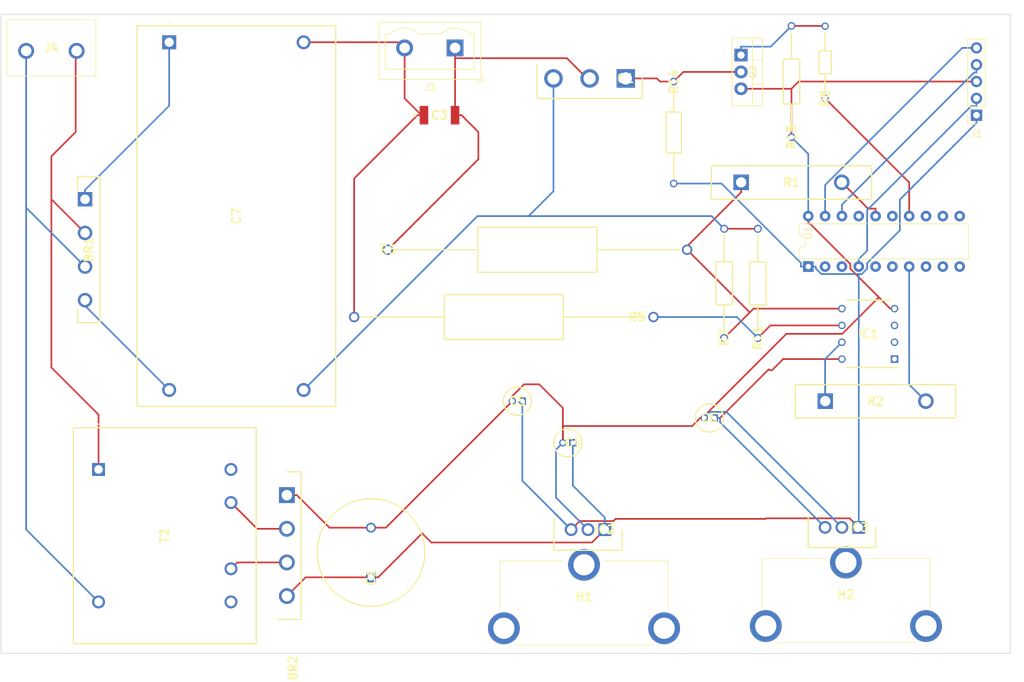
<source format=kicad_pcb>
(kicad_pcb (version 20221018) (generator pcbnew)
  (layers (0 "F.Cu" signal) (31 "B.Cu" signal) (34 "B.Paste" user) (35 "F.Paste" user) (36 "B.SilkS" user "B.Silkscreen") (37 "F.SilkS" user "F.Silkscreen") (38 "B.Mask" user) (39 "F.Mask" user) (44 "Edge.Cuts" user))
  (net 0 "")
  (net 1 "Net-(Q2-G)")
  (net 2 "G")
  (net 4 "Net-(U1-RA3{slash}~{MCLR}{slash}VPP)")
  (net 11 "Net-(U1-RA0{slash}ICSPDAT)")
  (net 12 "Net-(U1-RA1{slash}ICSPCLK)")
  (net 13 "Net-(Q1-G)")
  (net 14 "Net-(BR1-~_1)")
  (net 15 "Net-(BR1-~_2)")
  (net 16 "Net-(BR1-+)")
  (net 17 "Net-(BR1--)")
  (net 18 "Net-(BR2-~_1)")
  (net 19 "Net-(BR2-~_2)")
  (net 20 "Net-(BR2-+)")
  (net 21 "15V")
  (net 22 "5V")
  (net 24 "Net-(U1-RC2)")
  (net 28 "Net-(J3-Pin_2)")
  (net 29 "Net-(Q1-E)")
  (net 32 "Net-(U1-RC0)")
  (net 33 "Net-(U1-RC3)")
  (net 40 "Net-(J3-Pin_1)")
  (net 45 "Net-(IC1-2IN+)")
  (net 46 "Net-(IC1-2IN-)")
  (net 47 "Net-(IC1-2OUT)")
  (footprint "Samacsys:CAPPRD150W50D425H800" (layer "F.Cu") (at 167.64 78.74 180)
    (fp_text reference "C5" (at 0.75 0) (layer "F.SilkS") (effects (font (size 1.27 1.27) (thickness 0.254))))
    (fp_text value "MCMR50V104M4X7" hide)
    (fp_circle (center 0.75 0) (end 0.75 2.125) (stroke (width 0.2)) (fill none) (layer "F.SilkS"))
    (pad "1" thru_hole rect (at 0 0 180) (size 1.1 1.1) (drill 0.7) (layers "*.Cu" "*.Mask") (net 21 "15V"))
    (pad "2" thru_hole circle (at 1.5 0 180) (size 1.1 1.1) (drill 0.7) (layers "*.Cu" "*.Mask") (net 2 "G"))
  )
  (footprint "Samacsys:HSSB200508H01S" (layer "F.Cu") (at 164.8546 113.0454)
    (fp_text reference "H1" (at 12.1 -4.74) (layer "F.SilkS") (effects (font (size 1.27 1.27) (thickness 0.254))))
    (fp_text value "HSS-B20-0508H-01S" hide)
    (fp_line (start -0.6 -10.19) (end 9.1 -10.19) (stroke (width 0.1)) (layer "F.SilkS"))
    (fp_line (start -0.6 -2.84) (end -0.6 -10.19) (stroke (width 0.1)) (layer "F.SilkS"))
    (fp_line (start 1.6 2.51) (end 22.6 2.51) (stroke (width 0.1)) (layer "F.SilkS"))
    (fp_line (start 15.1 -10.19) (end 24.8 -10.19) (stroke (width 0.1)) (layer "F.SilkS"))
    (fp_line (start 24.8 -10.19) (end 24.8 -2.84) (stroke (width 0.1)) (layer "F.SilkS"))
    (pad "1" thru_hole circle (at 0 0) (size 4.8 4.8) (drill 3.2) (layers "*.Cu" "*.Mask"))
    (pad "2" thru_hole circle (at 24.2 0) (size 4.8 4.8) (drill 3.2) (layers "*.Cu" "*.Mask"))
    (pad "3" thru_hole circle (at 12.1 -9.59) (size 4.8 4.8) (drill 3.2) (layers "*.Cu" "*.Mask"))
  )
  (footprint "Samacsys:RESAD1650W60L650D250" (layer "F.Cu") (at 203.2 69.21 90)
    (fp_text reference "R11" (at 0 0 90) (layer "F.SilkS") (effects (font (size 1.27 1.27) (thickness 0.254))))
    (fp_text value "MRS25000C4022FCT00" hide)
    (fp_line (start 0.95 0) (end 5 0) (stroke (width 0.2)) (layer "F.SilkS"))
    (fp_line (start 5 -1.25) (end 11.5 -1.25) (stroke (width 0.2)) (layer "F.SilkS"))
    (fp_line (start 5 1.25) (end 5 -1.25) (stroke (width 0.2)) (layer "F.SilkS"))
    (fp_line (start 11.5 -1.25) (end 11.5 1.25) (stroke (width 0.2)) (layer "F.SilkS"))
    (fp_line (start 11.5 0) (end 15.55 0) (stroke (width 0.2)) (layer "F.SilkS"))
    (fp_line (start 11.5 1.25) (end 5 1.25) (stroke (width 0.2)) (layer "F.SilkS"))
    (pad "1" thru_hole circle (at 0 0 90) (size 1.2 1.2) (drill 0.8) (layers "*.Cu" "*.Mask") (net 46 "Net-(IC1-2IN-)"))
    (pad "2" thru_hole circle (at 16.5 0 90) (size 1.2 1.2) (drill 0.8) (layers "*.Cu" "*.Mask") (net 29 "Net-(Q1-E)"))
  )
  (footprint "TerminalBlock:TerminalBlock_Wuerth_691311400102_P7.62mm" (layer "F.Cu") (at 157.48 25.4 180)
    (fp_text reference "J3" (at 3.81 -6) (layer "F.SilkS"))
    (fp_text value "Screw_Terminal_01x02")
    (fp_line (start -4.17 -5.07) (end -4.17 -4.07) (stroke (width 0.12)) (layer "F.SilkS"))
    (fp_line (start -4.17 -5.07) (end -3.17 -5.07) (stroke (width 0.12)) (layer "F.SilkS"))
    (fp_line (start -3.87 3.87) (end -3.87 -4.77) (stroke (width 0.12)) (layer "F.SilkS"))
    (fp_line (start -3.86 -4.77) (end 11.49 -4.77) (stroke (width 0.12)) (layer "F.SilkS"))
    (fp_line (start -2.89 -3.2) (end -2.89 2.1) (stroke (width 0.12)) (layer "F.SilkS"))
    (fp_line (start -2.89 2.1) (end -2.14 2.1) (stroke (width 0.12)) (layer "F.SilkS"))
    (fp_line (start 2.14 2.1) (end 5.46 2.1) (stroke (width 0.12)) (layer "F.SilkS"))
    (fp_line (start 9.78 2.1) (end 10.53 2.1) (stroke (width 0.12)) (layer "F.SilkS"))
    (fp_line (start 10.53 -3.2) (end -2.89 -3.2) (stroke (width 0.12)) (layer "F.SilkS"))
    (fp_line (start 10.53 2.1) (end 10.53 -3.2) (stroke (width 0.12)) (layer "F.SilkS"))
    (fp_line (start 11.49 -4.77) (end 11.49 3.87) (stroke (width 0.12)) (layer "F.SilkS"))
    (fp_line (start 11.49 3.87) (end -3.87 3.87) (stroke (width 0.12)) (layer "F.SilkS"))
    (fp_arc (start 2.140696 2.099291) (mid 0.000497 2.998266) (end -2.14 2.1) (stroke (width 0.12)) (layer "F.SilkS"))
    (fp_arc (start 9.779492 2.100522) (mid 7.619636 3.012573) (end 5.46 2.1) (stroke (width 0.12)) (layer "F.SilkS"))
    (pad "1" thru_hole rect (at 0 0 180) (size 2.54 2.54) (drill 1.6) (layers "*.Cu" "*.Mask") (net 40 "Net-(J3-Pin_1)"))
    (pad "2" thru_hole circle (at 7.62 0 180) (size 2.54 2.54) (drill 1.6) (layers "*.Cu" "*.Mask") (net 28 "Net-(J3-Pin_2)"))
  )
  (footprint "Samacsys:C4532_Commercial" (layer "F.Cu") (at 155.13 35.56)
    (fp_text reference "C3" (at 0 0) (layer "F.SilkS") (effects (font (size 1.27 1.27) (thickness 0.254))))
    (fp_text value "C4532X7T2J304K250KA" hide)
    (fp_circle (center -3.7 0) (end -3.7 0.05) (stroke (width 0.2)) (fill none) (layer "F.SilkS"))
    (pad "1" smd rect (at -2.35 0) (size 1.3 2.8) (layers "F.Cu" "F.Paste" "F.Mask") (net 28 "Net-(J3-Pin_2)"))
    (pad "2" smd rect (at 2.35 0) (size 1.3 2.8) (layers "F.Cu" "F.Paste" "F.Mask") (net 40 "Net-(J3-Pin_1)"))
  )
  (footprint "Samacsys:GBU610" (layer "F.Cu") (at 101.6 48.26 90)
    (fp_text reference "BR1" (at -7.62 0.57 90) (layer "F.SilkS") (effects (font (size 1.27 1.27) (thickness 0.254))))
    (fp_text value "GBU1008LV_T0_00601" hide)
    (fp_line (start -18.62 -1.13) (end -16.82 -1.13) (stroke (width 0.2)) (layer "F.SilkS"))
    (fp_line (start -18.62 2.27) (end -18.62 -1.13) (stroke (width 0.2)) (layer "F.SilkS"))
    (fp_line (start -16.82 -1.13) (end -16.62 -1.13) (stroke (width 0.2)) (layer "F.SilkS"))
    (fp_line (start 1.38 -1.13) (end 3.38 -1.13) (stroke (width 0.2)) (layer "F.SilkS"))
    (fp_line (start 3.38 -1.13) (end 3.38 -1.13) (stroke (width 0.2)) (layer "F.SilkS"))
    (fp_line (start 3.38 -1.13) (end 3.38 2.27) (stroke (width 0.2)) (layer "F.SilkS"))
    (fp_line (start 3.38 2.27) (end -18.62 2.27) (stroke (width 0.2)) (layer "F.SilkS"))
    (fp_line (start 3.8 0) (end 3.8 0) (stroke (width 0.1)) (layer "F.SilkS"))
    (fp_line (start 3.9 0) (end 3.9 0) (stroke (width 0.1)) (layer "F.SilkS"))
    (fp_arc (start 3.8 0) (mid 3.85 -0.05) (end 3.9 0) (stroke (width 0.1)) (layer "F.SilkS"))
    (fp_arc (start 3.9 0) (mid 3.85 0.05) (end 3.8 0) (stroke (width 0.1)) (layer "F.SilkS"))
    (pad "1" thru_hole rect (at 0 0 90) (size 2.175 2.175) (drill 1.45) (layers "*.Cu" "*.Mask") (net 16 "Net-(BR1-+)"))
    (pad "2" thru_hole circle (at -5.08 0 90) (size 2.175 2.175) (drill 1.45) (layers "*.Cu" "*.Mask") (net 14 "Net-(BR1-~_1)"))
    (pad "3" thru_hole circle (at -10.16 0 90) (size 2.175 2.175) (drill 1.45) (layers "*.Cu" "*.Mask") (net 15 "Net-(BR1-~_2)"))
    (pad "4" thru_hole circle (at -15.24 0 90) (size 2.175 2.175) (drill 1.45) (layers "*.Cu" "*.Mask") (net 17 "Net-(BR1--)"))
  )
  (footprint "Samacsys:RESAD4520W83L1800D680" (layer "F.Cu") (at 187.44 66.04 180)
    (fp_text reference "R5" (at 2.54 0) (layer "F.SilkS") (effects (font (size 1.27 1.27) (thickness 0.254))))
    (fp_text value "VR68000001005FAC00" hide)
    (fp_line (start 1.138 0) (end 13.6 0) (stroke (width 0.2)) (layer "F.SilkS"))
    (fp_line (start 13.6 -3.4) (end 31.6 -3.4) (stroke (width 0.2)) (layer "F.SilkS"))
    (fp_line (start 13.6 3.4) (end 13.6 -3.4) (stroke (width 0.2)) (layer "F.SilkS"))
    (fp_line (start 31.6 -3.4) (end 31.6 3.4) (stroke (width 0.2)) (layer "F.SilkS"))
    (fp_line (start 31.6 0) (end 44.062 0) (stroke (width 0.2)) (layer "F.SilkS"))
    (fp_line (start 31.6 3.4) (end 13.6 3.4) (stroke (width 0.2)) (layer "F.SilkS"))
    (pad "1" thru_hole circle (at 0 0 180) (size 1.575 1.575) (drill 1.05) (layers "*.Cu" "*.Mask") (net 46 "Net-(IC1-2IN-)"))
    (pad "2" thru_hole circle (at 45.2 0 180) (size 1.575 1.575) (drill 1.05) (layers "*.Cu" "*.Mask") (net 28 "Net-(J3-Pin_2)"))
  )
  (footprint "Samacsys:CAPPRD150W50D425H800" (layer "F.Cu") (at 175.26 85.03 180)
    (fp_text reference "C4" (at 0 0) (layer "F.SilkS") (effects (font (size 1.27 1.27) (thickness 0.254))))
    (fp_text value "MCMR50V104M4X7" hide)
    (fp_circle (center 0.75 0) (end 0.75 2.125) (stroke (width 0.2)) (fill none) (layer "F.SilkS"))
    (pad "1" thru_hole rect (at 0 0 180) (size 1.1 1.1) (drill 0.7) (layers "*.Cu" "*.Mask") (net 20 "Net-(BR2-+)"))
    (pad "2" thru_hole circle (at 1.5 0 180) (size 1.1 1.1) (drill 0.7) (layers "*.Cu" "*.Mask") (net 2 "G"))
  )
  (footprint "Samacsys:CAPPRD150W50D425H800" (layer "F.Cu") (at 196.62 81.28 180)
    (fp_text reference "C6" (at 0.75 0) (layer "F.SilkS") (effects (font (size 1.27 1.27) (thickness 0.254))))
    (fp_text value "MCMR50V104M4X7" hide)
    (fp_circle (center 0.75 0) (end 0.75 2.125) (stroke (width 0.2)) (fill none) (layer "F.SilkS"))
    (pad "1" thru_hole rect (at 0 0 180) (size 1.1 1.1) (drill 0.7) (layers "*.Cu" "*.Mask") (net 22 "5V"))
    (pad "2" thru_hole circle (at 1.5 0 180) (size 1.1 1.1) (drill 0.7) (layers "*.Cu" "*.Mask") (net 2 "G"))
  )
  (footprint "Samacsys:RESAD1090W50L350D185" (layer "F.Cu") (at 213.36 33.02 90)
    (fp_text reference "R8" (at 0 0 90) (layer "F.SilkS") (effects (font (size 1.27 1.27) (thickness 0.254))))
    (fp_text value "CFR16J100R" hide)
    (fp_line (start 0.9 0) (end 3.7 0) (stroke (width 0.2)) (layer "F.SilkS"))
    (fp_line (start 3.7 -0.925) (end 7.2 -0.925) (stroke (width 0.2)) (layer "F.SilkS"))
    (fp_line (start 3.7 0.925) (end 3.7 -0.925) (stroke (width 0.2)) (layer "F.SilkS"))
    (fp_line (start 7.2 -0.925) (end 7.2 0.925) (stroke (width 0.2)) (layer "F.SilkS"))
    (fp_line (start 7.2 0) (end 10 0) (stroke (width 0.2)) (layer "F.SilkS"))
    (fp_line (start 7.2 0.925) (end 3.7 0.925) (stroke (width 0.2)) (layer "F.SilkS"))
    (pad "1" thru_hole circle (at 0 0 90) (size 1.1 1.1) (drill 0.7) (layers "*.Cu" "*.Mask") (net 24 "Net-(U1-RC2)"))
    (pad "2" thru_hole circle (at 10.9 0 90) (size 1.1 1.1) (drill 0.7) (layers "*.Cu" "*.Mask") (net 1 "Net-(Q2-G)"))
  )
  (footprint "Samacsys:RESAD1540W55L620D230" (layer "F.Cu") (at 190.5 30.48 -90)
    (fp_text reference "R14" (at 0 0 90) (layer "F.SilkS") (effects (font (size 1.27 1.27) (thickness 0.254))))
    (fp_text value "LR1F1K0" hide)
    (fp_line (start 0.925 0) (end 4.6 0) (stroke (width 0.2)) (layer "F.SilkS"))
    (fp_line (start 4.6 -1.15) (end 10.8 -1.15) (stroke (width 0.2)) (layer "F.SilkS"))
    (fp_line (start 4.6 1.15) (end 4.6 -1.15) (stroke (width 0.2)) (layer "F.SilkS"))
    (fp_line (start 10.8 -1.15) (end 10.8 1.15) (stroke (width 0.2)) (layer "F.SilkS"))
    (fp_line (start 10.8 0) (end 14.475 0) (stroke (width 0.2)) (layer "F.SilkS"))
    (fp_line (start 10.8 1.15) (end 4.6 1.15) (stroke (width 0.2)) (layer "F.SilkS"))
    (pad "1" thru_hole circle (at 0 0 270) (size 1.15 1.15) (drill 0.75) (layers "*.Cu" "*.Mask") (net 13 "Net-(Q1-G)"))
    (pad "2" thru_hole circle (at 15.4 0 270) (size 1.15 1.15) (drill 0.75) (layers "*.Cu" "*.Mask") (net 21 "15V"))
  )
  (footprint "Samacsys:RESAD1650W60L650D250" (layer "F.Cu") (at 198.12 69.21 90)
    (fp_text reference "R7" (at 0 0 90) (layer "F.SilkS") (effects (font (size 1.27 1.27) (thickness 0.254))))
    (fp_text value "MRS25000C4022FCT00" hide)
    (fp_line (start 0.95 0) (end 5 0) (stroke (width 0.2)) (layer "F.SilkS"))
    (fp_line (start 5 -1.25) (end 11.5 -1.25) (stroke (width 0.2)) (layer "F.SilkS"))
    (fp_line (start 5 1.25) (end 5 -1.25) (stroke (width 0.2)) (layer "F.SilkS"))
    (fp_line (start 11.5 -1.25) (end 11.5 1.25) (stroke (width 0.2)) (layer "F.SilkS"))
    (fp_line (start 11.5 0) (end 15.55 0) (stroke (width 0.2)) (layer "F.SilkS"))
    (fp_line (start 11.5 1.25) (end 5 1.25) (stroke (width 0.2)) (layer "F.SilkS"))
    (pad "1" thru_hole circle (at 0 0 90) (size 1.2 1.2) (drill 0.8) (layers "*.Cu" "*.Mask") (net 45 "Net-(IC1-2IN+)"))
    (pad "2" thru_hole circle (at 16.5 0 90) (size 1.2 1.2) (drill 0.8) (layers "*.Cu" "*.Mask") (net 29 "Net-(Q1-E)"))
  )
  (footprint "Package_DIP:DIP-20_W7.62mm" (layer "F.Cu") (at 210.82 58.42 90)
    (fp_text reference "U1" (at 5.08 0 90) (layer "F.SilkS"))
    (fp_text value "PIC16F1619-xP")
    (fp_line (start 1.16 -1.33) (end 1.16 24.19) (stroke (width 0.12)) (layer "F.SilkS"))
    (fp_line (start 1.16 24.19) (end 6.46 24.19) (stroke (width 0.12)) (layer "F.SilkS"))
    (fp_line (start 2.81 -1.33) (end 1.16 -1.33) (stroke (width 0.12)) (layer "F.SilkS"))
    (fp_line (start 6.46 -1.33) (end 4.81 -1.33) (stroke (width 0.12)) (layer "F.SilkS"))
    (fp_line (start 6.46 24.19) (end 6.46 -1.33) (stroke (width 0.12)) (layer "F.SilkS"))
    (fp_arc (start 4.81 -1.33) (mid 3.81 -0.33) (end 2.81 -1.33) (stroke (width 0.12)) (layer "F.SilkS"))
    (pad "1" thru_hole rect (at 0 0 90) (size 1.6 1.6) (drill 0.8) (layers "*.Cu" "*.Mask") (net 21 "15V"))
    (pad "2" thru_hole oval (at 0 2.54 90) (size 1.6 1.6) (drill 0.8) (layers "*.Cu" "*.Mask"))
    (pad "3" thru_hole oval (at 0 5.08 90) (size 1.6 1.6) (drill 0.8) (layers "*.Cu" "*.Mask"))
    (pad "4" thru_hole oval (at 0 7.62 90) (size 1.6 1.6) (drill 0.8) (layers "*.Cu" "*.Mask") (net 4 "Net-(U1-RA3{slash}~{MCLR}{slash}VPP)"))
    (pad "5" thru_hole oval (at 0 10.16 90) (size 1.6 1.6) (drill 0.8) (layers "*.Cu" "*.Mask"))
    (pad "6" thru_hole oval (at 0 12.7 90) (size 1.6 1.6) (drill 0.8) (layers "*.Cu" "*.Mask"))
    (pad "7" thru_hole oval (at 0 15.24 90) (size 1.6 1.6) (drill 0.8) (layers "*.Cu" "*.Mask") (net 33 "Net-(U1-RC3)"))
    (pad "8" thru_hole oval (at 0 17.78 90) (size 1.6 1.6) (drill 0.8) (layers "*.Cu" "*.Mask"))
    (pad "9" thru_hole oval (at 0 20.32 90) (size 1.6 1.6) (drill 0.8) (layers "*.Cu" "*.Mask"))
    (pad "10" thru_hole oval (at 0 22.86 90) (size 1.6 1.6) (drill 0.8) (layers "*.Cu" "*.Mask"))
    (pad "11" thru_hole oval (at 7.62 22.86 90) (size 1.6 1.6) (drill 0.8) (layers "*.Cu" "*.Mask"))
    (pad "12" thru_hole oval (at 7.62 20.32 90) (size 1.6 1.6) (drill 0.8) (layers "*.Cu" "*.Mask"))
    (pad "13" thru_hole oval (at 7.62 17.78 90) (size 1.6 1.6) (drill 0.8) (layers "*.Cu" "*.Mask"))
    (pad "14" thru_hole oval (at 7.62 15.24 90) (size 1.6 1.6) (drill 0.8) (layers "*.Cu" "*.Mask") (net 24 "Net-(U1-RC2)"))
    (pad "15" thru_hole oval (at 7.62 12.7 90) (size 1.6 1.6) (drill 0.8) (layers "*.Cu" "*.Mask"))
    (pad "16" thru_hole oval (at 7.62 10.16 90) (size 1.6 1.6) (drill 0.8) (layers "*.Cu" "*.Mask") (net 32 "Net-(U1-RC0)"))
    (pad "17" thru_hole oval (at 7.62 7.62 90) (size 1.6 1.6) (drill 0.8) (layers "*.Cu" "*.Mask"))
    (pad "18" thru_hole oval (at 7.62 5.08 90) (size 1.6 1.6) (drill 0.8) (layers "*.Cu" "*.Mask") (net 12 "Net-(U1-RA1{slash}ICSPCLK)"))
    (pad "19" thru_hole oval (at 7.62 2.54 90) (size 1.6 1.6) (drill 0.8) (layers "*.Cu" "*.Mask") (net 11 "Net-(U1-RA0{slash}ICSPDAT)"))
    (pad "20" thru_hole oval (at 7.62 0 90) (size 1.6 1.6) (drill 0.8) (layers "*.Cu" "*.Mask") (net 2 "G"))
  )
  (footprint "Connector_PinSocket_2.54mm:PinSocket_1x05_P2.54mm_Vertical" (layer "F.Cu") (at 236.22 35.56 180)
    (fp_text reference "J1" (at 0 -2.77) (layer "F.SilkS"))
    (fp_text value "PINHD_1x5_Female")
    (fp_line (start -1.33 1.27) (end -1.33 11.49) (stroke (width 0.12)) (layer "F.SilkS"))
    (fp_line (start -1.33 1.27) (end 1.33 1.27) (stroke (width 0.12)) (layer "F.SilkS"))
    (fp_line (start -1.33 11.49) (end 1.33 11.49) (stroke (width 0.12)) (layer "F.SilkS"))
    (fp_line (start 0 -1.33) (end 1.33 -1.33) (stroke (width 0.12)) (layer "F.SilkS"))
    (fp_line (start 1.33 -1.33) (end 1.33 0) (stroke (width 0.12)) (layer "F.SilkS"))
    (fp_line (start 1.33 1.27) (end 1.33 11.49) (stroke (width 0.12)) (layer "F.SilkS"))
    (pad "1" thru_hole rect (at 0 0 180) (size 1.7 1.7) (drill 1) (layers "*.Cu" "*.Mask") (net 21 "15V"))
    (pad "2" thru_hole oval (at 0 2.54 180) (size 1.7 1.7) (drill 1) (layers "*.Cu" "*.Mask") (net 4 "Net-(U1-RA3{slash}~{MCLR}{slash}VPP)"))
    (pad "3" thru_hole oval (at 0 5.08 180) (size 1.7 1.7) (drill 1) (layers "*.Cu" "*.Mask") (net 2 "G"))
    (pad "4" thru_hole oval (at 0 7.62 180) (size 1.7 1.7) (drill 1) (layers "*.Cu" "*.Mask") (net 12 "Net-(U1-RA1{slash}ICSPCLK)"))
    (pad "5" thru_hole oval (at 0 10.16 180) (size 1.7 1.7) (drill 1) (layers "*.Cu" "*.Mask") (net 11 "Net-(U1-RA0{slash}ICSPDAT)"))
  )
  (footprint "Samacsys:TO254P470X1000X1610-3P" (layer "F.Cu") (at 218.44 97.8054 180)
    (fp_text reference "IC3" (at 0 0) (layer "F.SilkS") (effects (font (size 1.27 1.27) (thickness 0.254))))
    (fp_text value "7805" hide)
    (fp_line (start -2.56 -3.05) (end -2.56 0) (stroke (width 0.2)) (layer "F.SilkS"))
    (fp_line (start 7.64 -3.05) (end -2.56 -3.05) (stroke (width 0.2)) (layer "F.SilkS"))
    (fp_line (start 7.64 1.65) (end 7.64 -3.05) (stroke (width 0.2)) (layer "F.SilkS"))
    (pad "1" thru_hole rect (at 0 0 180) (size 1.92 1.92) (drill 1.28) (layers "*.Cu" "*.Mask") (net 21 "15V"))
    (pad "2" thru_hole circle (at 2.54 0 180) (size 1.92 1.92) (drill 1.28) (layers "*.Cu" "*.Mask") (net 2 "G"))
    (pad "3" thru_hole circle (at 5.08 0 180) (size 1.92 1.92) (drill 1.28) (layers "*.Cu" "*.Mask") (net 22 "5V"))
  )
  (footprint "Samacsys:CAPPRD750W80D1625H2700" (layer "F.Cu") (at 144.78 105.35 90)
    (fp_text reference "C1" (at 0 0 90) (layer "F.SilkS") (effects (font (size 1.27 1.27) (thickness 0.254))))
    (fp_text value "108CKE063M" hide)
    (fp_circle (center 3.75 0) (end 3.75 8.125) (stroke (width 0.2)) (fill none) (layer "F.SilkS"))
    (pad "1" thru_hole rect (at 0 0 90) (size 1.5 1.5) (drill 1) (layers "*.Cu" "*.Mask") (net 20 "Net-(BR2-+)"))
    (pad "2" thru_hole circle (at 7.5 0 90) (size 1.5 1.5) (drill 1) (layers "*.Cu" "*.Mask") (net 2 "G"))
  )
  (footprint "Samacsys:DIP794W53P254L959H508Q8N" (layer "F.Cu") (at 219.87 68.58 180)
    (fp_text reference "IC1" (at 0 0) (layer "F.SilkS") (effects (font (size 1.27 1.27) (thickness 0.254))))
    (fp_text value "LM393P" hide)
    (fp_line (start -4.535 -5.08) (end 3.3 -5.08) (stroke (width 0.2)) (layer "F.SilkS"))
    (fp_line (start -3.3 5.08) (end 3.3 5.08) (stroke (width 0.2)) (layer "F.SilkS"))
    (pad "1" thru_hole rect (at -3.97 -3.81 180) (size 1.13 1.13) (drill 0.73) (layers "*.Cu" "*.Mask"))
    (pad "2" thru_hole circle (at -3.97 -1.27 180) (size 1.13 1.13) (drill 0.73) (layers "*.Cu" "*.Mask"))
    (pad "3" thru_hole circle (at -3.97 1.27 180) (size 1.13 1.13) (drill 0.73) (layers "*.Cu" "*.Mask"))
    (pad "4" thru_hole circle (at -3.97 3.81 180) (size 1.13 1.13) (drill 0.73) (layers "*.Cu" "*.Mask") (net 2 "G"))
    (pad "5" thru_hole circle (at 3.97 3.81 180) (size 1.13 1.13) (drill 0.73) (layers "*.Cu" "*.Mask") (net 45 "Net-(IC1-2IN+)"))
    (pad "6" thru_hole circle (at 3.97 1.27 180) (size 1.13 1.13) (drill 0.73) (layers "*.Cu" "*.Mask") (net 46 "Net-(IC1-2IN-)"))
    (pad "7" thru_hole circle (at 3.97 -1.27 180) (size 1.13 1.13) (drill 0.73) (layers "*.Cu" "*.Mask") (net 47 "Net-(IC1-2OUT)"))
    (pad "8" thru_hole circle (at 3.97 -3.81 180) (size 1.13 1.13) (drill 0.73) (layers "*.Cu" "*.Mask") (net 22 "5V"))
  )
  (footprint "Samacsys:RESAD1680W54L680D250" (layer "F.Cu") (at 208.28 38.88 90)
    (fp_text reference "R13" (at 0 0 90) (layer "F.SilkS") (effects (font (size 1.27 1.27) (thickness 0.254))))
    (fp_text value "CFR25J10K" hide)
    (fp_line (start 0.925 0) (end 5 0) (stroke (width 0.2)) (layer "F.SilkS"))
    (fp_line (start 5 -1.25) (end 11.8 -1.25) (stroke (width 0.2)) (layer "F.SilkS"))
    (fp_line (start 5 1.25) (end 5 -1.25) (stroke (width 0.2)) (layer "F.SilkS"))
    (fp_line (start 11.8 -1.25) (end 11.8 1.25) (stroke (width 0.2)) (layer "F.SilkS"))
    (fp_line (start 11.8 0) (end 15.875 0) (stroke (width 0.2)) (layer "F.SilkS"))
    (fp_line (start 11.8 1.25) (end 5 1.25) (stroke (width 0.2)) (layer "F.SilkS"))
    (pad "1" thru_hole circle (at 0 0 90) (size 1.15 1.15) (drill 0.75) (layers "*.Cu" "*.Mask") (net 2 "G"))
    (pad "2" thru_hole circle (at 16.8 0 90) (size 1.15 1.15) (drill 0.75) (layers "*.Cu" "*.Mask") (net 1 "Net-(Q2-G)"))
  )
  (footprint "Samacsys:TO546P513X1558X2499-3P" (layer "F.Cu") (at 183.26 30.01 180)
    (fp_text reference "Q1" (at 0 0) (layer "F.SilkS") (effects (font (size 1.27 1.27) (thickness 0.254))))
    (fp_text value "IRGP30B120KD-E" hide)
    (fp_line (start -2.475 -3.035) (end -2.475 0) (stroke (width 0.2)) (layer "F.SilkS"))
    (fp_line (start 13.395 -3.035) (end -2.475 -3.035) (stroke (width 0.2)) (layer "F.SilkS"))
    (fp_line (start 13.395 2.095) (end 13.395 -3.035) (stroke (width 0.2)) (layer "F.SilkS"))
    (pad "1" thru_hole rect (at 0 0 180) (size 2.79 2.79) (drill 1.86) (layers "*.Cu" "*.Mask") (net 13 "Net-(Q1-G)"))
    (pad "2" thru_hole circle (at 5.46 0 180) (size 2.79 2.79) (drill 1.86) (layers "*.Cu" "*.Mask") (net 40 "Net-(J3-Pin_1)"))
    (pad "3" thru_hole circle (at 10.92 0 180) (size 2.79 2.79) (drill 1.86) (layers "*.Cu" "*.Mask") (net 29 "Net-(Q1-E)"))
  )
  (footprint "Samacsys:RESAD4520W83L1800D680" (layer "F.Cu") (at 147.32 55.88)
    (fp_text reference "R6" (at 0 0) (layer "F.SilkS") (effects (font (size 1.27 1.27) (thickness 0.254))))
    (fp_text value "VR68000001005FAC00" hide)
    (fp_line (start 1.138 0) (end 13.6 0) (stroke (width 0.2)) (layer "F.SilkS"))
    (fp_line (start 13.6 -3.4) (end 31.6 -3.4) (stroke (width 0.2)) (layer "F.SilkS"))
    (fp_line (start 13.6 3.4) (end 13.6 -3.4) (stroke (width 0.2)) (layer "F.SilkS"))
    (fp_line (start 31.6 -3.4) (end 31.6 3.4) (stroke (width 0.2)) (layer "F.SilkS"))
    (fp_line (start 31.6 0) (end 44.062 0) (stroke (width 0.2)) (layer "F.SilkS"))
    (fp_line (start 31.6 3.4) (end 13.6 3.4) (stroke (width 0.2)) (layer "F.SilkS"))
    (pad "1" thru_hole circle (at 0 0) (size 1.575 1.575) (drill 1.05) (layers "*.Cu" "*.Mask") (net 40 "Net-(J3-Pin_1)"))
    (pad "2" thru_hole circle (at 45.2 0) (size 1.575 1.575) (drill 1.05) (layers "*.Cu" "*.Mask") (net 45 "Net-(IC1-2IN+)"))
  )
  (footprint "Samacsys:FCB41K0J" (layer "F.Cu") (at 213.38 78.74)
    (fp_text reference "R2" (at 7.6 0.02) (layer "F.SilkS") (effects (font (size 1.27 1.27) (thickness 0.254))))
    (fp_text value "FCB41K0J" hide)
    (fp_line (start -5.1 0) (end -5.1 0) (stroke (width 0.1)) (layer "F.SilkS"))
    (fp_line (start -5 0) (end -5 0) (stroke (width 0.1)) (layer "F.SilkS"))
    (fp_line (start -4.5 -2.5) (end 19.7 -2.5) (stroke (width 0.2)) (layer "F.SilkS"))
    (fp_line (start -4.5 2.54) (end -4.5 -2.5) (stroke (width 0.2)) (layer "F.SilkS"))
    (fp_line (start 19.7 -2.5) (end 19.7 2.54) (stroke (width 0.2)) (layer "F.SilkS"))
    (fp_line (start 19.7 2.54) (end -4.5 2.54) (stroke (width 0.2)) (layer "F.SilkS"))
    (fp_arc (start -5.1 0) (mid -5.05 -0.05) (end -5 0) (stroke (width 0.1)) (layer "F.SilkS"))
    (fp_arc (start -5 0) (mid -5.05 0.05) (end -5.1 0) (stroke (width 0.1)) (layer "F.SilkS"))
    (pad "1" thru_hole rect (at 0 0) (size 2.34 2.34) (drill 1.56) (layers "*.Cu" "*.Mask") (net 47 "Net-(IC1-2OUT)"))
    (pad "2" thru_hole circle (at 15.2 0) (size 2.34 2.34) (drill 1.56) (layers "*.Cu" "*.Mask") (net 33 "Net-(U1-RC3)"))
  )
  (footprint "Samacsys:TO254P482X997X2018-3P" (layer "F.Cu") (at 180.0946 98.1454 180)
    (fp_text reference "IC2" (at 0 0) (layer "F.SilkS") (effects (font (size 1.27 1.27) (thickness 0.254))))
    (fp_text value "MC7815ABTG" hide)
    (fp_line (start -2.6 -3.11) (end -2.6 0) (stroke (width 0.2)) (layer "F.SilkS"))
    (fp_line (start 7.68 -3.11) (end -2.6 -3.11) (stroke (width 0.2)) (layer "F.SilkS"))
    (fp_line (start 7.68 1.71) (end 7.68 -3.11) (stroke (width 0.2)) (layer "F.SilkS"))
    (pad "1" thru_hole rect (at 0 0 180) (size 1.935 1.935) (drill 1.29) (layers "*.Cu" "*.Mask") (net 20 "Net-(BR2-+)"))
    (pad "2" thru_hole circle (at 2.54 0 180) (size 1.935 1.935) (drill 1.29) (layers "*.Cu" "*.Mask") (net 2 "G"))
    (pad "3" thru_hole circle (at 5.08 0 180) (size 1.935 1.935) (drill 1.29) (layers "*.Cu" "*.Mask") (net 21 "15V"))
  )
  (footprint "Package_TO_SOT_THT:TO-220-3_Vertical" (layer "F.Cu") (at 200.66 26.49 -90)
    (fp_text reference "Q2" (at 2.54 -1.76 90) (layer "F.SilkS"))
    (fp_text value "IRF540N")
    (fp_line (start -2.58 -3.27) (end -2.58 1.371) (stroke (width 0.12)) (layer "F.SilkS"))
    (fp_line (start -2.58 -3.27) (end 7.66 -3.27) (stroke (width 0.12)) (layer "F.SilkS"))
    (fp_line (start -2.58 -1.76) (end 7.66 -1.76) (stroke (width 0.12)) (layer "F.SilkS"))
    (fp_line (start -2.58 1.371) (end 7.66 1.371) (stroke (width 0.12)) (layer "F.SilkS"))
    (fp_line (start 0.69 -3.27) (end 0.69 -1.76) (stroke (width 0.12)) (layer "F.SilkS"))
    (fp_line (start 4.391 -3.27) (end 4.391 -1.76) (stroke (width 0.12)) (layer "F.SilkS"))
    (fp_line (start 7.66 -3.27) (end 7.66 1.371) (stroke (width 0.12)) (layer "F.SilkS"))
    (pad "1" thru_hole rect (at 0 0 270) (size 1.905 2) (drill 1.1) (layers "*.Cu" "*.Mask") (net 1 "Net-(Q2-G)"))
    (pad "2" thru_hole oval (at 2.54 0 270) (size 1.905 2) (drill 1.1) (layers "*.Cu" "*.Mask") (net 13 "Net-(Q1-G)"))
    (pad "3" thru_hole oval (at 5.08 0 270) (size 1.905 2) (drill 1.1) (layers "*.Cu" "*.Mask") (net 2 "G"))
  )
  (footprint "Samacsys:MKP1847C630255Y5" (layer "F.Cu") (at 114.31 24.55 -90)
    (fp_text reference "C7" (at 26.25 -10.15 90) (layer "F.SilkS") (effects (font (size 1.27 1.27) (thickness 0.254))))
    (fp_text value "MKP1847C630255Y5" hide)
    (fp_line (start -3.1 0) (end -3.1 0) (stroke (width 0.1)) (layer "F.SilkS"))
    (fp_line (start -3 0) (end -3 0) (stroke (width 0.1)) (layer "F.SilkS"))
    (fp_line (start -2.5 -25.15) (end 55 -25.15) (stroke (width 0.2)) (layer "F.SilkS"))
    (fp_line (start -2.5 4.85) (end -2.5 -25.15) (stroke (width 0.2)) (layer "F.SilkS"))
    (fp_line (start 55 -25.15) (end 55 4.85) (stroke (width 0.2)) (layer "F.SilkS"))
    (fp_line (start 55 4.85) (end -2.5 4.85) (stroke (width 0.2)) (layer "F.SilkS"))
    (fp_arc (start -3.1 0) (mid -3.05 -0.05) (end -3 0) (stroke (width 0.1)) (layer "F.SilkS"))
    (fp_arc (start -3 0) (mid -3.05 0.05) (end -3.1 0) (stroke (width 0.1)) (layer "F.SilkS"))
    (pad "1" thru_hole rect (at 0 0 270) (size 2.1 2.1) (drill 1.4) (layers "*.Cu" "*.Mask") (net 16 "Net-(BR1-+)"))
    (pad "2" thru_hole circle (at 0 -20.3 270) (size 2.1 2.1) (drill 1.4) (layers "*.Cu" "*.Mask") (net 28 "Net-(J3-Pin_2)"))
    (pad "3" thru_hole circle (at 52.5 0 270) (size 2.1 2.1) (drill 1.4) (layers "*.Cu" "*.Mask") (net 17 "Net-(BR1--)"))
    (pad "4" thru_hole circle (at 52.5 -20.3 270) (size 2.1 2.1) (drill 1.4) (layers "*.Cu" "*.Mask") (net 29 "Net-(Q1-E)"))
  )
  (footprint "Samacsys:44161" (layer "F.Cu") (at 103.64 89.06 -90)
    (fp_text reference "T2" (at 10 -10 90) (layer "F.SilkS") (effects (font (size 1.27 1.27) (thickness 0.254))))
    (fp_text value "44161" hide)
    (fp_line (start -6.9 0) (end -6.9 0) (stroke (width 0.1)) (layer "F.SilkS"))
    (fp_line (start -6.8 0) (end -6.8 0) (stroke (width 0.1)) (layer "F.SilkS"))
    (fp_line (start -6.3 -23.8) (end -6.3 3.8) (stroke (width 0.2)) (layer "F.SilkS"))
    (fp_line (start -6.3 3.8) (end 26.3 3.8) (stroke (width 0.2)) (layer "F.SilkS"))
    (fp_line (start 26.3 -23.8) (end -6.3 -23.8) (stroke (width 0.2)) (layer "F.SilkS"))
    (fp_line (start 26.3 3.8) (end 26.3 -23.8) (stroke (width 0.2)) (layer "F.SilkS"))
    (fp_arc (start -6.9 0) (mid -6.85 -0.05) (end -6.8 0) (stroke (width 0.1)) (layer "F.SilkS"))
    (fp_arc (start -6.8 0) (mid -6.85 0.05) (end -6.9 0) (stroke (width 0.1)) (layer "F.SilkS"))
    (pad "1" thru_hole rect (at 0 0 270) (size 1.95 1.95) (drill 1.3) (layers "*.Cu" "*.Mask") (net 14 "Net-(BR1-~_1)"))
    (pad "5" thru_hole circle (at 20 0 270) (size 1.95 1.95) (drill 1.3) (layers "*.Cu" "*.Mask") (net 15 "Net-(BR1-~_2)"))
    (pad "6" thru_hole circle (at 20 -20 270) (size 1.95 1.95) (drill 1.3) (layers "*.Cu" "*.Mask"))
    (pad "7" thru_hole circle (at 15 -20 270) (size 1.95 1.95) (drill 1.3) (layers "*.Cu" "*.Mask") (net 19 "Net-(BR2-~_2)"))
    (pad "9" thru_hole circle (at 5 -20 270) (size 1.95 1.95) (drill 1.3) (layers "*.Cu" "*.Mask") (net 18 "Net-(BR2-~_1)"))
    (pad "10" thru_hole circle (at 0 -20 270) (size 1.95 1.95) (drill 1.3) (layers "*.Cu" "*.Mask"))
  )
  (footprint "Samacsys:TO508P356X2205X2083-4P" (layer "F.Cu") (at 132.08 92.94 -90)
    (fp_text reference "BR2" (at 26.11 -0.92 90) (layer "F.SilkS") (effects (font (size 1.27 1.27) (thickness 0.254))))
    (fp_text value "GBU402" hide)
    (fp_line (start -3.53 -2.16) (end -3.53 0) (stroke (width 0.2)) (layer "F.SilkS"))
    (fp_line (start 18.77 -2.16) (end -3.53 -2.16) (stroke (width 0.2)) (layer "F.SilkS"))
    (fp_line (start 18.77 1.4) (end 18.77 -2.16) (stroke (width 0.2)) (layer "F.SilkS"))
    (pad "1" thru_hole rect (at 0 0 270) (size 2.385 2.385) (drill 1.59) (layers "*.Cu" "*.Mask") (net 2 "G"))
    (pad "2" thru_hole circle (at 5.08 0 270) (size 2.385 2.385) (drill 1.59) (layers "*.Cu" "*.Mask") (net 18 "Net-(BR2-~_1)"))
    (pad "3" thru_hole circle (at 10.16 0 270) (size 2.385 2.385) (drill 1.59) (layers "*.Cu" "*.Mask") (net 19 "Net-(BR2-~_2)"))
    (pad "4" thru_hole circle (at 15.24 0 270) (size 2.385 2.385) (drill 1.59) (layers "*.Cu" "*.Mask") (net 20 "Net-(BR2-+)"))
  )
  (footprint "Samacsys:691311400102" (layer "F.Cu") (at 92.71 25.85)
    (fp_text reference "J4" (at 3.81 -0.45) (layer "F.SilkS") (effects (font (size 1.27 1.27) (thickness 0.254))))
    (fp_text value "691311400102" hide)
    (fp_line (start -2.9 -4.7) (end 10.52 -4.7) (stroke (width 0.1)) (layer "F.SilkS"))
    (fp_line (start -2.9 3.8) (end -2.9 -4.7) (stroke (width 0.1)) (layer "F.SilkS"))
    (fp_line (start 10.52 -4.7) (end 10.52 3.8) (stroke (width 0.1)) (layer "F.SilkS"))
    (fp_line (start 10.52 3.8) (end -2.9 3.8) (stroke (width 0.1)) (layer "F.SilkS"))
    (pad "1" thru_hole circle (at 0 0) (size 2.4 2.4) (drill 1.6) (layers "*.Cu" "*.Mask") (net 15 "Net-(BR1-~_2)"))
    (pad "2" thru_hole circle (at 7.62 0) (size 2.4 2.4) (drill 1.6) (layers "*.Cu" "*.Mask") (net 14 "Net-(BR1-~_1)"))
  )
  (footprint "Samacsys:HSSB200508H01S" (layer "F.Cu") (at 204.4 112.7054)
    (fp_text reference "H2" (at 12.1 -4.74) (layer "F.SilkS") (effects (font (size 1.27 1.27) (thickness 0.254))))
    (fp_text value "HSS-B20-0508H-01S" hide)
    (fp_line (start -0.6 -10.19) (end 9.1 -10.19) (stroke (width 0.1)) (layer "F.SilkS"))
    (fp_line (start -0.6 -2.84) (end -0.6 -10.19) (stroke (width 0.1)) (layer "F.SilkS"))
    (fp_line (start 1.6 2.51) (end 22.6 2.51) (stroke (width 0.1)) (layer "F.SilkS"))
    (fp_line (start 15.1 -10.19) (end 24.8 -10.19) (stroke (width 0.1)) (layer "F.SilkS"))
    (fp_line (start 24.8 -10.19) (end 24.8 -2.84) (stroke (width 0.1)) (layer "F.SilkS"))
    (pad "1" thru_hole circle (at 0 0) (size 4.8 4.8) (drill 3.2) (layers "*.Cu" "*.Mask"))
    (pad "2" thru_hole circle (at 24.2 0) (size 4.8 4.8) (drill 3.2) (layers "*.Cu" "*.Mask"))
    (pad "3" thru_hole circle (at 12.1 -9.59) (size 4.8 4.8) (drill 3.2) (layers "*.Cu" "*.Mask"))
  )
  (footprint "Samacsys:FCB41K0J" (layer "F.Cu") (at 200.68 45.7)
    (fp_text reference "R1" (at 7.6 0.02) (layer "F.SilkS") (effects (font (size 1.27 1.27) (thickness 0.254))))
    (fp_text value "FCB41K0J" hide)
    (fp_line (start -5.1 0) (end -5.1 0) (stroke (width 0.1)) (layer "F.SilkS"))
    (fp_line (start -5 0) (end -5 0) (stroke (width 0.1)) (layer "F.SilkS"))
    (fp_line (start -4.5 -2.5) (end 19.7 -2.5) (stroke (width 0.2)) (layer "F.SilkS"))
    (fp_line (start -4.5 2.54) (end -4.5 -2.5) (stroke (width 0.2)) (layer "F.SilkS"))
    (fp_line (start 19.7 -2.5) (end 19.7 2.54) (stroke (width 0.2)) (layer "F.SilkS"))
    (fp_line (start 19.7 2.54) (end -4.5 2.54) (stroke (width 0.2)) (layer "F.SilkS"))
    (fp_arc (start -5.1 0) (mid -5.05 -0.05) (end -5 0) (stroke (width 0.1)) (layer "F.SilkS"))
    (fp_arc (start -5 0) (mid -5.05 0.05) (end -5.1 0) (stroke (width 0.1)) (layer "F.SilkS"))
    (pad "1" thru_hole rect (at 0 0) (size 2.34 2.34) (drill 1.56) (layers "*.Cu" "*.Mask") (net 45 "Net-(IC1-2IN+)"))
    (pad "2" thru_hole circle (at 15.2 0) (size 2.34 2.34) (drill 1.56) (layers "*.Cu" "*.Mask") (net 32 "Net-(U1-RC0)"))
  )
  (gr_rect (start 88.9 20.32) (end 241.3 116.84) (stroke (width 0.1)) (fill none) (layer "Edge.Cuts"))
  (segment (start 213.32 22.08) (end 213.36 22.12) (width 0.25) (layer "F.Cu") (net 1))
  (segment (start 208.28 22.08) (end 213.32 22.08) (width 0.25) (layer "F.Cu") (net 1))
  (segment (start 200.66 25.2106) (end 205.149 25.2106) (width 0.25) (layer "B.Cu") (net 1))
  (segment (start 200.66 26.49) (end 200.66 25.2106) (width 0.25) (layer "B.Cu") (net 1))
  (segment (start 205.149 25.2106) (end 208.28 22.08) (width 0.25) (layer "B.Cu") (net 1))
  (segment (start 217.17 58.0434) (end 211.054 51.9269) (width 0.25) (layer "F.Cu") (net 2))
  (segment (start 217.17 58.7509) (end 217.17 58.0434) (width 0.25) (layer "F.Cu") (net 2))
  (segment (start 194.814 81.28) (end 195.12 81.28) (width 0.25) (layer "F.Cu") (net 2))
  (segment (start 200.66 31.57) (end 208.28 31.57) (width 0.25) (layer "F.Cu") (net 2))
  (segment (start 173.76 85.03) (end 173.76 82.5049) (width 0.25) (layer "F.Cu") (net 2))
  (segment (start 194.508 81.28) (end 194.814 81.28) (width 0.25) (layer "F.Cu") (net 2))
  (segment (start 208.28 38.88) (end 208.28 31.57) (width 0.25) (layer "F.Cu") (net 2))
  (segment (start 223.189 64.77) (end 221.474 63.0551) (width 0.25) (layer "F.Cu") (net 2))
  (segment (start 209.37 30.48) (end 236.22 30.48) (width 0.25) (layer "F.Cu") (net 2))
  (segment (start 132.08 92.94) (end 133.599 92.94) (width 0.25) (layer "F.Cu") (net 2))
  (segment (start 221.474 63.0551) (end 217.17 58.7509) (width 0.25) (layer "F.Cu") (net 2))
  (segment (start 215.949 68.58) (end 221.474 63.0551) (width 0.25) (layer "F.Cu") (net 2))
  (segment (start 166.14 78.74) (end 166.14 77.9622) (width 0.25) (layer "F.Cu") (net 2))
  (segment (start 208.28 31.57) (end 209.37 30.48) (width 0.25) (layer "F.Cu") (net 2))
  (segment (start 194.814 81.28) (end 207.514 68.58) (width 0.25) (layer "F.Cu") (net 2))
  (segment (start 170.18 76.2) (end 173.76 79.78) (width 0.25) (layer "F.Cu") (net 2))
  (segment (start 173.76 79.78) (end 173.76 82.5049) (width 0.25) (layer "F.Cu") (net 2))
  (segment (start 167.902 76.2) (end 170.18 76.2) (width 0.25) (layer "F.Cu") (net 2))
  (segment (start 223.84 64.77) (end 223.189 64.77) (width 0.25) (layer "F.Cu") (net 2))
  (segment (start 210.82 51.9269) (end 210.82 50.8) (width 0.25) (layer "F.Cu") (net 2))
  (segment (start 147.03 97.85) (end 166.14 78.74) (width 0.25) (layer "F.Cu") (net 2))
  (segment (start 133.599 92.94) (end 138.509 97.85) (width 0.25) (layer "F.Cu") (net 2))
  (segment (start 173.76 82.5049) (end 193.283 82.5049) (width 0.25) (layer "F.Cu") (net 2))
  (segment (start 211.054 51.9269) (end 210.82 51.9269) (width 0.25) (layer "F.Cu") (net 2))
  (segment (start 207.514 68.58) (end 215.949 68.58) (width 0.25) (layer "F.Cu") (net 2))
  (segment (start 193.283 82.5049) (end 194.508 81.28) (width 0.25) (layer "F.Cu") (net 2))
  (segment (start 173.76 82.5049) (end 173.76 85.03) (width 0.25) (layer "F.Cu") (net 2))
  (segment (start 138.509 97.85) (end 144.78 97.85) (width 0.25) (layer "F.Cu") (net 2))
  (segment (start 166.14 77.9622) (end 167.902 76.2) (width 0.25) (layer "F.Cu") (net 2))
  (segment (start 144.78 97.85) (end 147.03 97.85) (width 0.25) (layer "F.Cu") (net 2))
  (segment (start 177.555 98.1452) (end 172.72 93.3108) (width 0.25) (layer "B.Cu") (net 2))
  (segment (start 208.28 38.88) (end 210.82 41.42) (width 0.25) (layer "B.Cu") (net 2))
  (segment (start 210.82 41.42) (end 210.82 50.8) (width 0.25) (layer "B.Cu") (net 2))
  (segment (start 198.463 80.3686) (end 215.9 97.8054) (width 0.25) (layer "B.Cu") (net 2))
  (segment (start 195.12 81.28) (end 195.12 81.1967) (width 0.25) (layer "B.Cu") (net 2))
  (segment (start 172.72 86.07) (end 173.76 85.03) (width 0.25) (layer "B.Cu") (net 2))
  (segment (start 195.948 80.3686) (end 198.463 80.3686) (width 0.25) (layer "B.Cu") (net 2))
  (segment (start 177.555 98.1454) (end 177.555 98.1452) (width 0.25) (layer "B.Cu") (net 2))
  (segment (start 177.5546 98.1454) (end 177.555 98.1454) (width 0.25) (layer "B.Cu") (net 2))
  (segment (start 195.12 81.1967) (end 195.948 80.3686) (width 0.25) (layer "B.Cu") (net 2))
  (segment (start 172.72 93.3108) (end 172.72 86.07) (width 0.25) (layer "B.Cu") (net 2))
  (segment (start 236.22 34.1969) (end 235.411 34.1969) (width 0.25) (layer "B.Cu") (net 4))
  (segment (start 218.44 57.2931) (end 218.44 58.42) (width 0.25) (layer "B.Cu") (net 4))
  (segment (start 219.71 49.8978) (end 219.71 56.0231) (width 0.25) (layer "B.Cu") (net 4))
  (segment (start 235.411 34.1969) (end 219.71 49.8978) (width 0.25) (layer "B.Cu") (net 4))
  (segment (start 236.22 33.02) (end 236.22 34.1969) (width 0.25) (layer "B.Cu") (net 4))
  (segment (start 219.71 56.0231) (end 218.44 57.2931) (width 0.25) (layer "B.Cu") (net 4))
  (segment (start 213.36 46.1058) (end 234.066 25.4) (width 0.25) (layer "B.Cu") (net 11))
  (segment (start 213.36 50.8) (end 213.36 46.1058) (width 0.25) (layer "B.Cu") (net 11))
  (segment (start 234.066 25.4) (end 236.22 25.4) (width 0.25) (layer "B.Cu") (net 11))
  (segment (start 235.852 29.1169) (end 236.22 29.1169) (width 0.25) (layer "B.Cu") (net 12))
  (segment (start 236.22 29.1169) (end 236.22 27.94) (width 0.25) (layer "B.Cu") (net 12))
  (segment (start 215.9 50.8) (end 215.9 49.069) (width 0.25) (layer "B.Cu") (net 12))
  (segment (start 215.9 49.069) (end 235.852 29.1169) (width 0.25) (layer "B.Cu") (net 12))
  (segment (start 190.5 30.48) (end 188.43 30.48) (width 0.25) (layer "F.Cu") (net 13))
  (segment (start 187.96 30.01) (end 183.26 30.01) (width 0.25) (layer "F.Cu") (net 13))
  (segment (start 191.95 29.03) (end 190.5 30.48) (width 0.25) (layer "F.Cu") (net 13))
  (segment (start 200.66 29.03) (end 191.95 29.03) (width 0.25) (layer "F.Cu") (net 13))
  (segment (start 188.43 30.48) (end 187.96 30.01) (width 0.25) (layer "F.Cu") (net 13))
  (segment (start 100.186 25.9944) (end 100.258 25.9222) (width 0.25) (layer "F.Cu") (net 14))
  (segment (start 100.186 38.1) (end 96.52 41.7656) (width 0.25) (layer "F.Cu") (net 14))
  (segment (start 96.52 73.66) (end 103.64 80.78) (width 0.25) (layer "F.Cu") (net 14))
  (segment (start 100.258 25.9222) (end 100.186 25.9946) (width 0.25) (layer "F.Cu") (net 14))
  (segment (start 100.258 25.9222) (end 100.33 25.85) (width 0.25) (layer "F.Cu") (net 14))
  (segment (start 100.186 25.9946) (end 100.186 38.1) (width 0.25) (layer "F.Cu") (net 14))
  (segment (start 96.52 48.26) (end 96.52 73.66) (width 0.25) (layer "F.Cu") (net 14))
  (segment (start 96.52 48.26) (end 101.6 53.34) (width 0.25) (layer "F.Cu") (net 14))
  (segment (start 96.52 41.7656) (end 96.52 48.26) (width 0.25) (layer "F.Cu") (net 14))
  (segment (start 103.64 80.78) (end 103.64 89.06) (width 0.25) (layer "F.Cu") (net 14))
  (segment (start 92.71 49.53) (end 101.6 58.42) (width 0.25) (layer "B.Cu") (net 15))
  (segment (start 92.71 98.13) (end 103.64 109.06) (width 0.25) (layer "B.Cu") (net 15))
  (segment (start 92.71 49.53) (end 92.71 98.13) (width 0.25) (layer "B.Cu") (net 15))
  (segment (start 92.71 25.85) (end 92.71 49.53) (width 0.25) (layer "B.Cu") (net 15))
  (segment (start 101.6 48.26) (end 101.6 46.8456) (width 0.25) (layer "B.Cu") (net 16))
  (segment (start 114.31 34.1356) (end 114.31 24.55) (width 0.25) (layer "B.Cu") (net 16))
  (segment (start 101.6 46.8456) (end 114.31 34.1356) (width 0.25) (layer "B.Cu") (net 16))
  (segment (start 101.6 64.34) (end 101.6 63.5) (width 0.25) (layer "B.Cu") (net 17))
  (segment (start 114.31 77.05) (end 101.6 64.34) (width 0.25) (layer "B.Cu") (net 17))
  (segment (start 132.08 98.02) (end 127.6 98.02) (width 0.25) (layer "F.Cu") (net 18))
  (segment (start 127.6 98.02) (end 123.64 94.06) (width 0.25) (layer "F.Cu") (net 18))
  (segment (start 124.6 103.1) (end 123.64 104.06) (width 0.25) (layer "F.Cu") (net 19))
  (segment (start 132.08 103.1) (end 124.6 103.1) (width 0.25) (layer "F.Cu") (net 19))
  (segment (start 153.894 100.087) (end 178.153 100.087) (width 0.25) (layer "F.Cu") (net 20))
  (segment (start 152.507 98.7001) (end 153.894 100.087) (width 0.25) (layer "F.Cu") (net 20))
  (segment (start 180.0947 98.1455) (end 180.0946 98.1454) (width 0.25) (layer "F.Cu") (net 20))
  (segment (start 144.78 105.35) (end 145.857 105.35) (width 0.25) (layer "F.Cu") (net 20))
  (segment (start 134.91 105.35) (end 144.78 105.35) (width 0.25) (layer "F.Cu") (net 20))
  (segment (start 180.095 98.1456) (end 180.095 98.1455) (width 0.25) (layer "F.Cu") (net 20))
  (segment (start 180.095 98.1455) (end 180.0947 98.1455) (width 0.25) (layer "F.Cu") (net 20))
  (segment (start 132.08 108.18) (end 134.91 105.35) (width 0.25) (layer "F.Cu") (net 20))
  (segment (start 145.857 105.35) (end 152.507 98.7001) (width 0.25) (layer "F.Cu") (net 20))
  (segment (start 178.153 100.087) (end 180.095 98.1456) (width 0.25) (layer "F.Cu") (net 20))
  (segment (start 180.095 98.1454) (end 180.095 97.235) (width 0.25) (layer "B.Cu") (net 20))
  (segment (start 175.26 91.49) (end 175.26 85.03) (width 0.25) (layer "B.Cu") (net 20))
  (segment (start 180.095 97.235) (end 180.095 96.3246) (width 0.25) (layer "B.Cu") (net 20))
  (segment (start 180.095 96.3246) (end 175.26 91.49) (width 0.25) (layer "B.Cu") (net 20))
  (segment (start 180.0946 97.2354) (end 180.0946 98.1454) (width 0.25) (layer "B.Cu") (net 20))
  (segment (start 180.095 97.235) (end 180.0946 97.2354) (width 0.25) (layer "B.Cu") (net 20))
  (segment (start 217.074 96.4394) (end 218.44 97.8054) (width 0.25) (layer "F.Cu") (net 21))
  (segment (start 204.441 96.4394) (end 217.074 96.4394) (width 0.25) (layer "F.Cu") (net 21))
  (segment (start 204.36 96.52) (end 204.441 96.4394) (width 0.25) (layer "F.Cu") (net 21))
  (segment (start 175.0146 98.1454) (end 175.015 98.1454) (width 0.25) (layer "F.Cu") (net 21))
  (segment (start 176.307 96.8525) (end 177.017 96.8525) (width 0.25) (layer "F.Cu") (net 21))
  (segment (start 181.72 96.52) (end 204.36 96.52) (width 0.25) (layer "F.Cu") (net 21))
  (segment (start 177.018 96.851) (end 181.389 96.851) (width 0.25) (layer "F.Cu") (net 21))
  (segment (start 177.017 96.8525) (end 177.018 96.851) (width 0.25) (layer "F.Cu") (net 21))
  (segment (start 175.015 98.1454) (end 176.307 96.8525) (width 0.25) (layer "F.Cu") (net 21))
  (segment (start 181.389 96.851) (end 181.72 96.52) (width 0.25) (layer "F.Cu") (net 21))
  (segment (start 218.44 59.5469) (end 218.44 97.8054) (width 0.25) (layer "B.Cu") (net 21))
  (segment (start 172.598 95.7281) (end 175.015 98.1452) (width 0.25) (layer "B.Cu") (net 21))
  (segment (start 212.792 59.5469) (end 211.947 58.7018) (width 0.25) (layer "B.Cu") (net 21))
  (segment (start 210.82 58.42) (end 209.693 58.42) (width 0.25) (layer "B.Cu") (net 21))
  (segment (start 209.693 57.8566) (end 197.716 45.88) (width 0.25) (layer "B.Cu") (net 21))
  (segment (start 224.647 48.31) (end 224.647 52.9529) (width 0.25) (layer "B.Cu") (net 21))
  (segment (start 224.647 52.9529) (end 219.71 57.8898) (width 0.25) (layer "B.Cu") (net 21))
  (segment (start 236.22 35.56) (end 236.22 36.7369) (width 0.25) (layer "B.Cu") (net 21))
  (segment (start 218.44 59.5469) (end 212.792 59.5469) (width 0.25) (layer "B.Cu") (net 21))
  (segment (start 167.64 90.7706) (end 172.598 95.7281) (width 0.25) (layer "B.Cu") (net 21))
  (segment (start 219.71 57.8898) (end 219.71 58.7459) (width 0.25) (layer "B.Cu") (net 21))
  (segment (start 218.909 59.5469) (end 218.44 59.5469) (width 0.25) (layer "B.Cu") (net 21))
  (segment (start 209.693 58.42) (end 209.693 57.8566) (width 0.25) (layer "B.Cu") (net 21))
  (segment (start 175.0146 98.1454) (end 175.015 98.1454) (width 0.25) (layer "B.Cu") (net 21))
  (segment (start 211.947 58.7018) (end 211.947 58.42) (width 0.25) (layer "B.Cu") (net 21))
  (segment (start 236.22 36.7369) (end 224.647 48.31) (width 0.25) (layer "B.Cu") (net 21))
  (segment (start 175.015 98.1452) (end 175.015 98.1454) (width 0.25) (layer "B.Cu") (net 21))
  (segment (start 219.71 58.7459) (end 218.909 59.5469) (width 0.25) (layer "B.Cu") (net 21))
  (segment (start 167.64 78.74) (end 167.64 90.7706) (width 0.25) (layer "B.Cu") (net 21))
  (segment (start 175.015 98.1454) (end 172.598 95.7281) (width 0.25) (layer "B.Cu") (net 21))
  (segment (start 197.716 45.88) (end 190.5 45.88) (width 0.25) (layer "B.Cu") (net 21))
  (segment (start 211.947 58.42) (end 210.82 58.42) (width 0.25) (layer "B.Cu") (net 21))
  (segment (start 206.971 72.39) (end 215.9 72.39) (width 0.25) (layer "F.Cu") (net 22))
  (segment (start 204.968 74.074) (end 205.342 74.074) (width 0.25) (layer "F.Cu") (net 22))
  (segment (start 196.62 81.28) (end 197.497 81.28) (width 0.25) (layer "F.Cu") (net 22))
  (segment (start 204.835 73.9417) (end 204.968 74.074) (width 0.25) (layer "F.Cu") (net 22))
  (segment (start 197.497 81.28) (end 204.835 73.9417) (width 0.25) (layer "F.Cu") (net 22))
  (segment (start 205.342 74.074) (end 206.971 72.4451) (width 0.25) (layer "F.Cu") (net 22))
  (segment (start 206.971 72.4451) (end 206.971 72.39) (width 0.25) (layer "F.Cu") (net 22))
  (segment (start 197.497 81.9423) (end 213.36 97.8054) (width 0.25) (layer "B.Cu") (net 22))
  (segment (start 196.62 81.28) (end 197.497 81.28) (width 0.25) (layer "B.Cu") (net 22))
  (segment (start 197.497 81.28) (end 197.497 81.9423) (width 0.25) (layer "B.Cu") (net 22))
  (segment (start 226.06 45.72) (end 213.36 33.02) (width 0.25) (layer "F.Cu") (net 24))
  (segment (start 226.06 50.8) (end 226.06 45.72) (width 0.25) (layer "F.Cu") (net 24))
  (segment (start 134.61 24.55) (end 149.01 24.55) (width 0.25) (layer "F.Cu") (net 28))
  (segment (start 152.4 35.56) (end 152.78 35.56) (width 0.25) (layer "F.Cu") (net 28))
  (segment (start 142.24 45.1231) (end 151.803 35.56) (width 0.25) (layer "F.Cu") (net 28))
  (segment (start 142.24 66.04) (end 142.24 45.1231) (width 0.25) (layer "F.Cu") (net 28))
  (segment (start 149.01 24.55) (end 149.86 25.4) (width 0.25) (layer "F.Cu") (net 28))
  (segment (start 151.803 35.56) (end 152.4 35.56) (width 0.25) (layer "F.Cu") (net 28))
  (segment (start 149.86 33.02) (end 152.4 35.56) (width 0.25) (layer "F.Cu") (net 28))
  (segment (start 149.86 25.4) (end 149.86 33.02) (width 0.25) (layer "F.Cu") (net 28))
  (segment (start 198.12 52.71) (end 203.2 52.71) (width 0.25) (layer "F.Cu") (net 29))
  (segment (start 168.582 50.8) (end 160.86 50.8) (width 0.25) (layer "B.Cu") (net 29))
  (segment (start 172.34 47.0425) (end 172.34 30.01) (width 0.25) (layer "B.Cu") (net 29))
  (segment (start 160.86 50.8) (end 134.61 77.05) (width 0.25) (layer "B.Cu") (net 29))
  (segment (start 198.12 52.71) (end 196.21 50.8) (width 0.25) (layer "B.Cu") (net 29))
  (segment (start 168.582 50.8) (end 172.34 47.0425) (width 0.25) (layer "B.Cu") (net 29))
  (segment (start 196.21 50.8) (end 168.582 50.8) (width 0.25) (layer "B.Cu") (net 29))
  (segment (start 220.98 49.6731) (end 219.853 49.6731) (width 0.25) (layer "F.Cu") (net 32))
  (segment (start 220.98 50.8) (end 220.98 49.6731) (width 0.25) (layer "F.Cu") (net 32))
  (segment (start 219.853 49.6731) (end 215.88 45.7) (width 0.25) (layer "F.Cu") (net 32))
  (segment (start 227.31 77.49) (end 227.33 77.49) (width 0.25) (layer "B.Cu") (net 33))
  (segment (start 226.06 76.24) (end 227.31 77.49) (width 0.25) (layer "B.Cu") (net 33))
  (segment (start 227.33 77.49) (end 228.58 78.74) (width 0.25) (layer "B.Cu") (net 33))
  (segment (start 227.31 77.49) (end 228.56 78.74) (width 0.25) (layer "B.Cu") (net 33))
  (segment (start 226.06 58.42) (end 226.06 76.24) (width 0.25) (layer "B.Cu") (net 33))
  (segment (start 175.894 28.4837) (end 177.42 30.01) (width 0.25) (layer "F.Cu") (net 40))
  (segment (start 157.48 26.9574) (end 157.48 35.072) (width 0.25) (layer "F.Cu") (net 40))
  (segment (start 174.367 26.9574) (end 175.894 28.4837) (width 0.25) (layer "F.Cu") (net 40))
  (segment (start 157.48 26.9574) (end 174.367 26.9574) (width 0.25) (layer "F.Cu") (net 40))
  (segment (start 157.48 35.072) (end 157.968 35.56) (width 0.25) (layer "F.Cu") (net 40))
  (segment (start 160.997 38.1) (end 158.457 35.56) (width 0.25) (layer "F.Cu") (net 40))
  (segment (start 160.997 42.2031) (end 160.997 38.1) (width 0.25) (layer "F.Cu") (net 40))
  (segment (start 147.32 55.88) (end 160.997 42.2031) (width 0.25) (layer "F.Cu") (net 40))
  (segment (start 177.8 30.01) (end 177.42 30.01) (width 0.25) (layer "F.Cu") (net 40))
  (segment (start 157.968 35.56) (end 157.48 35.56) (width 0.25) (layer "F.Cu") (net 40))
  (segment (start 157.48 25.4) (end 157.48 26.9574) (width 0.25) (layer "F.Cu") (net 40))
  (segment (start 158.457 35.56) (end 157.968 35.56) (width 0.25) (layer "F.Cu") (net 40))
  (segment (start 200.68 47.1969) (end 192.52 55.3569) (width 0.25) (layer "F.Cu") (net 45))
  (segment (start 192.52 55.88) (end 201.985 65.345) (width 0.25) (layer "F.Cu") (net 45))
  (segment (start 201.985 65.345) (end 198.12 69.21) (width 0.25) (layer "F.Cu") (net 45))
  (segment (start 215.9 64.77) (end 202.56 64.77) (width 0.25) (layer "F.Cu") (net 45))
  (segment (start 200.68 45.7) (end 200.68 47.1969) (width 0.25) (layer "F.Cu") (net 45))
  (segment (start 202.56 64.77) (end 201.985 65.345) (width 0.25) (layer "F.Cu") (net 45))
  (segment (start 192.52 55.3569) (end 192.52 55.88) (width 0.25) (layer "F.Cu") (net 45))
  (segment (start 215.9 67.31) (end 205.1 67.31) (width 0.25) (layer "F.Cu") (net 46))
  (segment (start 205.1 67.31) (end 203.2 69.21) (width 0.25) (layer "F.Cu") (net 46))
  (segment (start 187.44 66.04) (end 200.03 66.04) (width 0.25) (layer "B.Cu") (net 46))
  (segment (start 200.03 66.04) (end 203.2 69.21) (width 0.25) (layer "B.Cu") (net 46))
  (segment (start 213.36 75.8975) (end 213.36 72.39) (width 0.25) (layer "B.Cu") (net 47))
  (segment (start 213.36 75.8975) (end 213.36 78.74) (width 0.25) (layer "B.Cu") (net 47))
  (segment (start 213.38 78.74) (end 213.38 75.9175) (width 0.25) (layer "B.Cu") (net 47))
  (segment (start 213.36 72.39) (end 215.9 69.85) (width 0.25) (layer "B.Cu") (net 47))
  (segment (start 213.38 75.9175) (end 213.36 75.8975) (width 0.25) (layer "B.Cu") (net 47))
)
</source>
